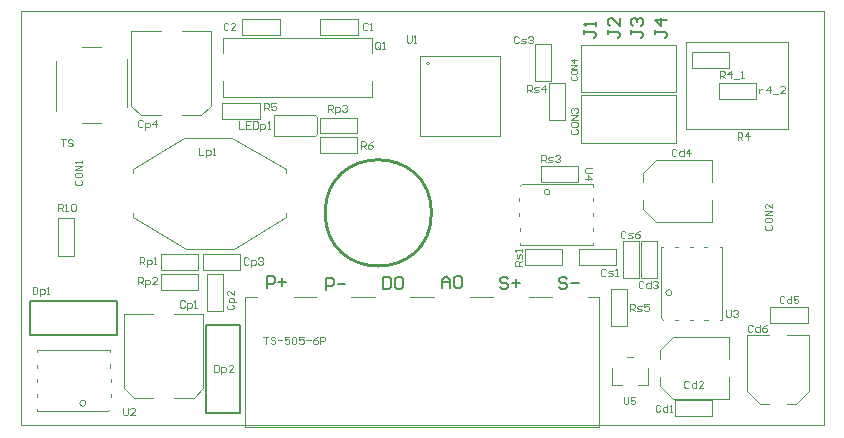
<source format=gto>
G04 Layer_Color=65535*
%FSLAX44Y44*%
%MOMM*%
G71*
G01*
G75*
%ADD30C,0.2540*%
%ADD44C,0.1000*%
%ADD45C,0.1270*%
%ADD46C,0.2000*%
D30*
X352750Y184250D02*
G03*
X352750Y184250I-45000J0D01*
G01*
D44*
X351000Y310750D02*
G03*
X351000Y310750I-1250J0D01*
G01*
X60140Y23090D02*
G03*
X60140Y23090I-2540J0D01*
G01*
X556230Y116670D02*
G03*
X556230Y116670I-2540J0D01*
G01*
X453180Y201840D02*
G03*
X453180Y201840I-2540J0D01*
G01*
X639750Y91250D02*
Y104750D01*
Y91250D02*
X671250D01*
Y104750D01*
X639750D02*
X671250D01*
X509250Y140000D02*
Y153500D01*
X477750D02*
X509250D01*
X477750Y140000D02*
Y153500D01*
Y140000D02*
X509250D01*
X463250D02*
Y153500D01*
X431750D02*
X463250D01*
X431750Y140000D02*
Y153500D01*
Y140000D02*
X463250D01*
X289750Y251500D02*
Y265000D01*
X258250D02*
X289750D01*
X258250Y251500D02*
Y265000D01*
Y251500D02*
X289750D01*
X163000Y132500D02*
X176500D01*
X163000Y101000D02*
Y132500D01*
Y101000D02*
X176500D01*
Y132500D01*
X123750Y135750D02*
Y149250D01*
Y135750D02*
X155250D01*
Y149250D01*
X123750D02*
X155250D01*
X190750Y135750D02*
Y149250D01*
X159250D02*
X190750D01*
X159250Y135750D02*
Y149250D01*
Y135750D02*
X190750D01*
X155250Y119000D02*
Y132500D01*
X123750D02*
X155250D01*
X123750Y119000D02*
Y132500D01*
Y119000D02*
X155250D01*
X175750Y263750D02*
Y277250D01*
Y263750D02*
X207250D01*
Y277250D01*
X175750D02*
X207250D01*
X343000Y249500D02*
Y317500D01*
Y249500D02*
X411000D01*
Y317500D01*
X343000D02*
X411000D01*
X596250Y280750D02*
Y294250D01*
Y280750D02*
X627750D01*
Y294250D01*
X596250D02*
X627750D01*
X604750Y306750D02*
Y320250D01*
X573250D02*
X604750D01*
X573250Y306750D02*
Y320250D01*
Y306750D02*
X604750D01*
X36350Y148040D02*
X49850D01*
Y179540D01*
X36350D02*
X49850D01*
X36350Y148040D02*
Y179540D01*
X590250Y12000D02*
Y25500D01*
X558750D02*
X590250D01*
X558750Y12000D02*
Y25500D01*
Y12000D02*
X590250D01*
X5000Y5000D02*
Y355000D01*
X685000D01*
Y5000D02*
Y355000D01*
X5000Y5000D02*
X685000D01*
X479750Y283750D02*
X559750D01*
Y243750D02*
Y283750D01*
X479750Y243750D02*
X559750D01*
X479750D02*
Y283750D01*
X604710Y60620D02*
Y79209D01*
Y26792D02*
Y45380D01*
X546290Y37760D02*
Y45380D01*
Y37760D02*
X557258Y26792D01*
X604710D01*
X546290Y60620D02*
Y68240D01*
X557259Y79209D01*
X604710D01*
X543019Y229369D02*
X590470D01*
X532050Y218400D02*
X543019Y229369D01*
X532050Y210780D02*
Y218400D01*
X543018Y176952D02*
X590470D01*
X532050Y187920D02*
X543018Y176952D01*
X532050Y187920D02*
Y195540D01*
X590470Y176952D02*
Y195540D01*
Y210780D02*
Y229369D01*
X619791Y81210D02*
X638380D01*
X653620D02*
X672208D01*
X653620Y22790D02*
X661240D01*
X672208Y33758D01*
Y81210D01*
X630760Y22790D02*
X638380D01*
X619791Y33759D02*
X630760Y22790D01*
X619791Y33759D02*
Y81210D01*
X134890Y99060D02*
X159750D01*
Y36000D02*
Y99060D01*
X151500Y27750D02*
X159750Y36000D01*
X134890Y27750D02*
X151500D01*
X100500D02*
X117110D01*
X92500Y35750D02*
X100500Y27750D01*
X92500Y35750D02*
Y99060D01*
X117110D01*
X98750Y338060D02*
X123360D01*
X98750Y274750D02*
Y338060D01*
Y274750D02*
X106750Y266750D01*
X123360D01*
X141140D02*
X157750D01*
X166000Y275000D01*
Y338060D01*
X141140D02*
X166000D01*
X176000Y332250D02*
X302250D01*
X176000Y282750D02*
X302250D01*
X176000Y319500D02*
Y332250D01*
Y282750D02*
Y295750D01*
X302250Y282750D02*
Y295750D01*
Y319500D02*
Y332250D01*
X18600Y16340D02*
Y18340D01*
Y28340D02*
Y30840D01*
Y40840D02*
Y43340D01*
Y53340D02*
Y55840D01*
X18850Y66090D02*
Y68090D01*
X81100Y28340D02*
Y30840D01*
Y40840D02*
Y43590D01*
X80850Y53340D02*
Y56340D01*
Y66090D02*
Y68090D01*
X18850D02*
X80850D01*
X78600Y16340D02*
X80475Y18215D01*
X18600Y16340D02*
X78600D01*
X546940Y95670D02*
Y155670D01*
Y95670D02*
X548815Y93795D01*
X598690Y93420D02*
Y155420D01*
X596690Y93420D02*
X598690D01*
X583940D02*
X586940D01*
X571440Y93170D02*
X574190D01*
X558940D02*
X561440D01*
X596690Y155420D02*
X598690D01*
X583940Y155670D02*
X586440D01*
X571440D02*
X573940D01*
X558940D02*
X561440D01*
X546940D02*
X548940D01*
X489640Y206590D02*
Y208590D01*
Y194090D02*
Y196590D01*
Y181590D02*
Y184090D01*
Y169090D02*
Y171590D01*
X489390Y156840D02*
Y158840D01*
X427140Y194090D02*
Y196590D01*
Y181340D02*
Y184090D01*
X427390Y168590D02*
Y171590D01*
Y156840D02*
Y158840D01*
Y156840D02*
X489390D01*
X427765Y206715D02*
X429640Y208590D01*
X489640D01*
X568250Y255500D02*
Y329250D01*
X654500D01*
Y255500D02*
Y329250D01*
X568250Y255500D02*
X654500D01*
X219750Y249000D02*
Y267500D01*
X254250D01*
X256250Y265500D01*
Y251000D02*
Y265500D01*
X254250Y249000D02*
X256250Y251000D01*
X219750Y249000D02*
X254250D01*
X184300Y247990D02*
X230020Y221320D01*
Y218000D02*
Y221320D01*
X100480D02*
X143660Y247990D01*
X100480Y218000D02*
Y221320D01*
X143660Y247990D02*
X184300D01*
X100480Y180680D02*
Y184000D01*
Y180680D02*
X144930Y154010D01*
X185570D01*
X230020Y180680D01*
Y183750D01*
X289750Y235000D02*
Y248500D01*
X258250D02*
X289750D01*
X258250Y235000D02*
Y248500D01*
Y235000D02*
X289750D01*
X476680Y210380D02*
Y223880D01*
X445180D02*
X476680D01*
X445180Y210380D02*
Y223880D01*
Y210380D02*
X476680D01*
X452250Y262750D02*
X465750D01*
Y294250D01*
X452250D02*
X465750D01*
X452250Y262750D02*
Y294250D01*
X504500Y119750D02*
X518000D01*
X504500Y88250D02*
Y119750D01*
Y88250D02*
X518000D01*
Y119750D01*
X530380Y128990D02*
X543880D01*
Y160490D01*
X530380D02*
X543880D01*
X530380Y128990D02*
Y160490D01*
X440250Y327500D02*
X453750D01*
X440250Y296000D02*
Y327500D01*
Y296000D02*
X453750D01*
Y327500D01*
X515000Y128750D02*
X528500D01*
Y160250D01*
X515000D02*
X528500D01*
X515000Y128750D02*
Y160250D01*
X258740Y334790D02*
Y348290D01*
Y334790D02*
X290240D01*
Y348290D01*
X258740D02*
X290240D01*
X224200Y334790D02*
Y348290D01*
X192700D02*
X224200D01*
X192700Y334790D02*
Y348290D01*
Y334790D02*
X224200D01*
X195000Y113000D02*
X205000D01*
X195000Y3000D02*
Y113000D01*
X495000Y3000D02*
Y113000D01*
X195000Y3000D02*
X495000D01*
X485001Y113000D02*
X495000D01*
X435000Y113000D02*
X455000D01*
X385000D02*
X405000D01*
X335000D02*
X355000D01*
X285000D02*
X305000D01*
X236000D02*
X255000D01*
X57000Y260500D02*
X73000D01*
X35000Y270500D02*
Y312500D01*
X57000Y324500D02*
X73000D01*
X95000Y273500D02*
Y314500D01*
X505500Y38250D02*
X514000D01*
X505500D02*
Y52750D01*
X518000Y62500D02*
X523580D01*
X536000Y38250D02*
Y52750D01*
X527500Y38250D02*
X536000D01*
X479500Y286500D02*
X559500D01*
X479500D02*
Y326500D01*
X559500D01*
Y286500D02*
Y326500D01*
X169000Y55748D02*
Y49750D01*
X171999D01*
X172999Y50750D01*
Y54748D01*
X171999Y55748D01*
X169000D01*
X174998Y47751D02*
Y53749D01*
X177997D01*
X178997Y52749D01*
Y50750D01*
X177997Y49750D01*
X174998D01*
X184995D02*
X180996D01*
X184995Y53749D01*
Y54748D01*
X183995Y55748D01*
X181996D01*
X180996Y54748D01*
X630000Y289499D02*
Y285500D01*
Y287500D01*
X631000Y288499D01*
X632000Y289499D01*
X632999D01*
X638997Y285500D02*
Y291498D01*
X635998Y288499D01*
X639997D01*
X641996Y284500D02*
X645995D01*
X651993Y285500D02*
X647994D01*
X651993Y289499D01*
Y290499D01*
X650993Y291498D01*
X648994D01*
X647994Y290499D01*
X597000Y298500D02*
Y304498D01*
X599999D01*
X600999Y303498D01*
Y301499D01*
X599999Y300499D01*
X597000D01*
X598999D02*
X600999Y298500D01*
X605997D02*
Y304498D01*
X602998Y301499D01*
X606997D01*
X608996Y297500D02*
X612995D01*
X614994Y298500D02*
X616994D01*
X615994D01*
Y304498D01*
X614994Y303498D01*
X210500Y79498D02*
X214499D01*
X212499D01*
Y73500D01*
X220497Y78498D02*
X219497Y79498D01*
X217498D01*
X216498Y78498D01*
Y77499D01*
X217498Y76499D01*
X219497D01*
X220497Y75499D01*
Y74500D01*
X219497Y73500D01*
X217498D01*
X216498Y74500D01*
X222496Y76499D02*
X226495D01*
X232493Y79498D02*
X228494D01*
Y76499D01*
X230494Y77499D01*
X231493D01*
X232493Y76499D01*
Y74500D01*
X231493Y73500D01*
X229494D01*
X228494Y74500D01*
X234492Y78498D02*
X235492Y79498D01*
X237491D01*
X238491Y78498D01*
Y74500D01*
X237491Y73500D01*
X235492D01*
X234492Y74500D01*
Y78498D01*
X244489Y79498D02*
X240490D01*
Y76499D01*
X242490Y77499D01*
X243489D01*
X244489Y76499D01*
Y74500D01*
X243489Y73500D01*
X241490D01*
X240490Y74500D01*
X246488Y76499D02*
X250487D01*
X256485Y79498D02*
X254486Y78498D01*
X252486Y76499D01*
Y74500D01*
X253486Y73500D01*
X255485D01*
X256485Y74500D01*
Y75499D01*
X255485Y76499D01*
X252486D01*
X258484Y73500D02*
Y79498D01*
X261483D01*
X262483Y78498D01*
Y76499D01*
X261483Y75499D01*
X258484D01*
X36750Y186142D02*
Y192140D01*
X39749D01*
X40749Y191140D01*
Y189141D01*
X39749Y188141D01*
X36750D01*
X38749D02*
X40749Y186142D01*
X42748D02*
X44748D01*
X43748D01*
Y192140D01*
X42748Y191140D01*
X47747D02*
X48746Y192140D01*
X50746D01*
X51745Y191140D01*
Y187142D01*
X50746Y186142D01*
X48746D01*
X47747Y187142D01*
Y191140D01*
X488518Y222210D02*
X483520D01*
X482520Y221210D01*
Y219211D01*
X483520Y218211D01*
X488518D01*
X482520Y213213D02*
X488518D01*
X485519Y216212D01*
Y212213D01*
X515500Y28248D02*
Y23250D01*
X516500Y22250D01*
X518499D01*
X519499Y23250D01*
Y28248D01*
X525497D02*
X521498D01*
Y25249D01*
X523497Y26249D01*
X524497D01*
X525497Y25249D01*
Y23250D01*
X524497Y22250D01*
X522498D01*
X521498Y23250D01*
X520750Y101250D02*
Y107248D01*
X523749D01*
X524749Y106248D01*
Y104249D01*
X523749Y103249D01*
X520750D01*
X522749D02*
X524749Y101250D01*
X526748D02*
X529747D01*
X530747Y102250D01*
X529747Y103249D01*
X527748D01*
X526748Y104249D01*
X527748Y105249D01*
X530747D01*
X536745Y107248D02*
X532746D01*
Y104249D01*
X534745Y105249D01*
X535745D01*
X536745Y104249D01*
Y102250D01*
X535745Y101250D01*
X533746D01*
X532746Y102250D01*
X433750Y286500D02*
Y292498D01*
X436749D01*
X437749Y291498D01*
Y289499D01*
X436749Y288499D01*
X433750D01*
X435749D02*
X437749Y286500D01*
X439748D02*
X442747D01*
X443747Y287500D01*
X442747Y288499D01*
X440748D01*
X439748Y289499D01*
X440748Y290499D01*
X443747D01*
X448745Y286500D02*
Y292498D01*
X445746Y289499D01*
X449745D01*
X445690Y227290D02*
Y233288D01*
X448689D01*
X449689Y232288D01*
Y230289D01*
X448689Y229289D01*
X445690D01*
X447690D02*
X449689Y227290D01*
X451688D02*
X454687D01*
X455687Y228290D01*
X454687Y229289D01*
X452688D01*
X451688Y230289D01*
X452688Y231289D01*
X455687D01*
X457686Y232288D02*
X458686Y233288D01*
X460685D01*
X461685Y232288D01*
Y231289D01*
X460685Y230289D01*
X459686D01*
X460685D01*
X461685Y229289D01*
Y228290D01*
X460685Y227290D01*
X458686D01*
X457686Y228290D01*
X429250Y139500D02*
X423252D01*
Y142499D01*
X424252Y143499D01*
X426251D01*
X427251Y142499D01*
Y139500D01*
Y141499D02*
X429250Y143499D01*
Y145498D02*
Y148497D01*
X428250Y149497D01*
X427251Y148497D01*
Y146498D01*
X426251Y145498D01*
X425251Y146498D01*
Y149497D01*
X429250Y151496D02*
Y153496D01*
Y152496D01*
X423252D01*
X424252Y151496D01*
X516999Y168248D02*
X515999Y169248D01*
X514000D01*
X513000Y168248D01*
Y164250D01*
X514000Y163250D01*
X515999D01*
X516999Y164250D01*
X518998Y163250D02*
X521997D01*
X522997Y164250D01*
X521997Y165249D01*
X519998D01*
X518998Y166249D01*
X519998Y167249D01*
X522997D01*
X528995Y169248D02*
X526996Y168248D01*
X524996Y166249D01*
Y164250D01*
X525996Y163250D01*
X527995D01*
X528995Y164250D01*
Y165249D01*
X527995Y166249D01*
X524996D01*
X426499Y332748D02*
X425499Y333748D01*
X423500D01*
X422500Y332748D01*
Y328750D01*
X423500Y327750D01*
X425499D01*
X426499Y328750D01*
X428498Y327750D02*
X431497D01*
X432497Y328750D01*
X431497Y329749D01*
X429498D01*
X428498Y330749D01*
X429498Y331749D01*
X432497D01*
X434496Y332748D02*
X435496Y333748D01*
X437495D01*
X438495Y332748D01*
Y331749D01*
X437495Y330749D01*
X436496D01*
X437495D01*
X438495Y329749D01*
Y328750D01*
X437495Y327750D01*
X435496D01*
X434496Y328750D01*
X500499Y135998D02*
X499499Y136998D01*
X497500D01*
X496500Y135998D01*
Y132000D01*
X497500Y131000D01*
X499499D01*
X500499Y132000D01*
X502498Y131000D02*
X505497D01*
X506497Y132000D01*
X505497Y132999D01*
X503498D01*
X502498Y133999D01*
X503498Y134999D01*
X506497D01*
X508496Y131000D02*
X510495D01*
X509496D01*
Y136998D01*
X508496Y135998D01*
X602500Y101998D02*
Y97000D01*
X603500Y96000D01*
X605499D01*
X606499Y97000D01*
Y101998D01*
X608498Y100998D02*
X609498Y101998D01*
X611497D01*
X612497Y100998D01*
Y99999D01*
X611497Y98999D01*
X610497D01*
X611497D01*
X612497Y97999D01*
Y97000D01*
X611497Y96000D01*
X609498D01*
X608498Y97000D01*
X624599Y88748D02*
X623599Y89748D01*
X621600D01*
X620600Y88748D01*
Y84750D01*
X621600Y83750D01*
X623599D01*
X624599Y84750D01*
X630597Y89748D02*
Y83750D01*
X627598D01*
X626598Y84750D01*
Y86749D01*
X627598Y87749D01*
X630597D01*
X636595Y89748D02*
X634595Y88748D01*
X632596Y86749D01*
Y84750D01*
X633596Y83750D01*
X635595D01*
X636595Y84750D01*
Y85749D01*
X635595Y86749D01*
X632596D01*
X651499Y112748D02*
X650499Y113748D01*
X648500D01*
X647500Y112748D01*
Y108750D01*
X648500Y107750D01*
X650499D01*
X651499Y108750D01*
X657497Y113748D02*
Y107750D01*
X654498D01*
X653498Y108750D01*
Y110749D01*
X654498Y111749D01*
X657497D01*
X663495Y113748D02*
X659496D01*
Y110749D01*
X661496Y111749D01*
X662495D01*
X663495Y110749D01*
Y108750D01*
X662495Y107750D01*
X660496D01*
X659496Y108750D01*
X560179Y237369D02*
X559179Y238368D01*
X557180D01*
X556180Y237369D01*
Y233370D01*
X557180Y232370D01*
X559179D01*
X560179Y233370D01*
X566177Y238368D02*
Y232370D01*
X563178D01*
X562178Y233370D01*
Y235369D01*
X563178Y236369D01*
X566177D01*
X571175Y232370D02*
Y238368D01*
X568176Y235369D01*
X572175D01*
X532239Y125609D02*
X531239Y126608D01*
X529240D01*
X528240Y125609D01*
Y121610D01*
X529240Y120610D01*
X531239D01*
X532239Y121610D01*
X538237Y126608D02*
Y120610D01*
X535238D01*
X534238Y121610D01*
Y123609D01*
X535238Y124609D01*
X538237D01*
X540236Y125609D02*
X541236Y126608D01*
X543235D01*
X544235Y125609D01*
Y124609D01*
X543235Y123609D01*
X542236D01*
X543235D01*
X544235Y122610D01*
Y121610D01*
X543235Y120610D01*
X541236D01*
X540236Y121610D01*
X570999Y40998D02*
X569999Y41998D01*
X568000D01*
X567000Y40998D01*
Y37000D01*
X568000Y36000D01*
X569999D01*
X570999Y37000D01*
X576997Y41998D02*
Y36000D01*
X573998D01*
X572998Y37000D01*
Y38999D01*
X573998Y39999D01*
X576997D01*
X582995Y36000D02*
X578996D01*
X582995Y39999D01*
Y40998D01*
X581995Y41998D01*
X579996D01*
X578996Y40998D01*
X546499Y20998D02*
X545499Y21998D01*
X543500D01*
X542500Y20998D01*
Y17000D01*
X543500Y16000D01*
X545499D01*
X546499Y17000D01*
X552497Y21998D02*
Y16000D01*
X549498D01*
X548498Y17000D01*
Y18999D01*
X549498Y19999D01*
X552497D01*
X554496Y16000D02*
X556496D01*
X555496D01*
Y21998D01*
X554496Y20998D01*
X612060Y246340D02*
Y252338D01*
X615059D01*
X616059Y251339D01*
Y249339D01*
X615059Y248340D01*
X612060D01*
X614059D02*
X616059Y246340D01*
X621057D02*
Y252338D01*
X618058Y249339D01*
X622057D01*
X471572Y255049D02*
X470572Y254049D01*
Y252050D01*
X471572Y251050D01*
X475570D01*
X476570Y252050D01*
Y254049D01*
X475570Y255049D01*
X470572Y260047D02*
Y258048D01*
X471572Y257048D01*
X475570D01*
X476570Y258048D01*
Y260047D01*
X475570Y261047D01*
X471572D01*
X470572Y260047D01*
X476570Y263046D02*
X470572D01*
X476570Y267045D01*
X470572D01*
X471572Y269044D02*
X470572Y270044D01*
Y272043D01*
X471572Y273043D01*
X472571D01*
X473571Y272043D01*
Y271043D01*
Y272043D01*
X474571Y273043D01*
X475570D01*
X476570Y272043D01*
Y270044D01*
X475570Y269044D01*
X91760Y18878D02*
Y13880D01*
X92760Y12880D01*
X94759D01*
X95759Y13880D01*
Y18878D01*
X101757Y12880D02*
X97758D01*
X101757Y16879D01*
Y17879D01*
X100757Y18878D01*
X98758D01*
X97758Y17879D01*
X155750Y239248D02*
Y233250D01*
X159749D01*
X161748Y231251D02*
Y237249D01*
X164747D01*
X165747Y236249D01*
Y234250D01*
X164747Y233250D01*
X161748D01*
X167746D02*
X169746D01*
X168746D01*
Y239248D01*
X167746Y238248D01*
X265250Y270000D02*
Y275998D01*
X268249D01*
X269249Y274998D01*
Y272999D01*
X268249Y271999D01*
X265250D01*
X267249D02*
X269249Y270000D01*
X271248Y268001D02*
Y273999D01*
X274247D01*
X275247Y272999D01*
Y271000D01*
X274247Y270000D01*
X271248D01*
X277246Y274998D02*
X278246Y275998D01*
X280245D01*
X281245Y274998D01*
Y273999D01*
X280245Y272999D01*
X279245D01*
X280245D01*
X281245Y271999D01*
Y271000D01*
X280245Y270000D01*
X278246D01*
X277246Y271000D01*
X104250Y123750D02*
Y129748D01*
X107249D01*
X108249Y128748D01*
Y126749D01*
X107249Y125749D01*
X104250D01*
X106249D02*
X108249Y123750D01*
X110248Y121751D02*
Y127749D01*
X113247D01*
X114247Y126749D01*
Y124750D01*
X113247Y123750D01*
X110248D01*
X120245D02*
X116246D01*
X120245Y127749D01*
Y128748D01*
X119245Y129748D01*
X117246D01*
X116246Y128748D01*
X105750Y140750D02*
Y146748D01*
X108749D01*
X109749Y145748D01*
Y143749D01*
X108749Y142749D01*
X105750D01*
X107749D02*
X109749Y140750D01*
X111748Y138751D02*
Y144749D01*
X114747D01*
X115747Y143749D01*
Y141750D01*
X114747Y140750D01*
X111748D01*
X117746D02*
X119746D01*
X118746D01*
Y146748D01*
X117746Y145748D01*
X190010Y261708D02*
Y255710D01*
X194009D01*
X200007Y261708D02*
X196008D01*
Y255710D01*
X200007D01*
X196008Y258709D02*
X198007D01*
X202006Y261708D02*
Y255710D01*
X205005D01*
X206005Y256710D01*
Y260708D01*
X205005Y261708D01*
X202006D01*
X208004Y253711D02*
Y259709D01*
X211003D01*
X212003Y258709D01*
Y256710D01*
X211003Y255710D01*
X208004D01*
X214002D02*
X216002D01*
X215002D01*
Y261708D01*
X214002Y260708D01*
X15150Y121688D02*
Y115690D01*
X18149D01*
X19149Y116690D01*
Y120688D01*
X18149Y121688D01*
X15150D01*
X21148Y113691D02*
Y119689D01*
X24147D01*
X25147Y118689D01*
Y116690D01*
X24147Y115690D01*
X21148D01*
X27146D02*
X29145D01*
X28146D01*
Y121688D01*
X27146Y120688D01*
X108309Y261778D02*
X107309Y262778D01*
X105310D01*
X104310Y261778D01*
Y257780D01*
X105310Y256780D01*
X107309D01*
X108309Y257780D01*
X110308Y254781D02*
Y260779D01*
X113307D01*
X114307Y259779D01*
Y257780D01*
X113307Y256780D01*
X110308D01*
X119305D02*
Y262778D01*
X116306Y259779D01*
X120305D01*
X197999Y145498D02*
X196999Y146498D01*
X195000D01*
X194000Y145498D01*
Y141500D01*
X195000Y140500D01*
X196999D01*
X197999Y141500D01*
X199998Y138501D02*
Y144499D01*
X202997D01*
X203997Y143499D01*
Y141500D01*
X202997Y140500D01*
X199998D01*
X205996Y145498D02*
X206996Y146498D01*
X208995D01*
X209995Y145498D01*
Y144499D01*
X208995Y143499D01*
X207995D01*
X208995D01*
X209995Y142499D01*
Y141500D01*
X208995Y140500D01*
X206996D01*
X205996Y141500D01*
X180252Y106499D02*
X179252Y105499D01*
Y103500D01*
X180252Y102500D01*
X184250D01*
X185250Y103500D01*
Y105499D01*
X184250Y106499D01*
X187249Y108498D02*
X181251D01*
Y111497D01*
X182251Y112497D01*
X184250D01*
X185250Y111497D01*
Y108498D01*
Y118495D02*
Y114496D01*
X181251Y118495D01*
X180252D01*
X179252Y117495D01*
Y115496D01*
X180252Y114496D01*
X143969Y109138D02*
X142969Y110138D01*
X140970D01*
X139970Y109138D01*
Y105140D01*
X140970Y104140D01*
X142969D01*
X143969Y105140D01*
X145968Y102141D02*
Y108139D01*
X148967D01*
X149967Y107139D01*
Y105140D01*
X148967Y104140D01*
X145968D01*
X151966D02*
X153966D01*
X152966D01*
Y110138D01*
X151966Y109138D01*
X309289Y323740D02*
Y327738D01*
X308289Y328738D01*
X306290D01*
X305290Y327738D01*
Y323740D01*
X306290Y322740D01*
X308289D01*
X307289Y324739D02*
X309289Y322740D01*
X308289D02*
X309289Y323740D01*
X311288Y322740D02*
X313287D01*
X312288D01*
Y328738D01*
X311288Y327738D01*
X298809Y343998D02*
X297809Y344998D01*
X295810D01*
X294810Y343998D01*
Y340000D01*
X295810Y339000D01*
X297809D01*
X298809Y340000D01*
X300808Y339000D02*
X302808D01*
X301808D01*
Y344998D01*
X300808Y343998D01*
X180699D02*
X179699Y344998D01*
X177700D01*
X176700Y343998D01*
Y340000D01*
X177700Y339000D01*
X179699D01*
X180699Y340000D01*
X186697Y339000D02*
X182698D01*
X186697Y342999D01*
Y343998D01*
X185697Y344998D01*
X183698D01*
X182698Y343998D01*
X636272Y174139D02*
X635272Y173139D01*
Y171140D01*
X636272Y170140D01*
X640270D01*
X641270Y171140D01*
Y173139D01*
X640270Y174139D01*
X635272Y179137D02*
Y177138D01*
X636272Y176138D01*
X640270D01*
X641270Y177138D01*
Y179137D01*
X640270Y180137D01*
X636272D01*
X635272Y179137D01*
X641270Y182136D02*
X635272D01*
X641270Y186135D01*
X635272D01*
X641270Y192133D02*
Y188134D01*
X637271Y192133D01*
X636272D01*
X635272Y191133D01*
Y189134D01*
X636272Y188134D01*
X52072Y212239D02*
X51072Y211239D01*
Y209240D01*
X52072Y208240D01*
X56070D01*
X57070Y209240D01*
Y211239D01*
X56070Y212239D01*
X51072Y217237D02*
Y215238D01*
X52072Y214238D01*
X56070D01*
X57070Y215238D01*
Y217237D01*
X56070Y218237D01*
X52072D01*
X51072Y217237D01*
X57070Y220236D02*
X51072D01*
X57070Y224235D01*
X51072D01*
X57070Y226234D02*
Y228234D01*
Y227234D01*
X51072D01*
X52072Y226234D01*
X332000Y334498D02*
Y329500D01*
X333000Y328500D01*
X334999D01*
X335999Y329500D01*
Y334498D01*
X337998Y328500D02*
X339997D01*
X338998D01*
Y334498D01*
X337998Y333498D01*
X211250Y271000D02*
Y276998D01*
X214249D01*
X215249Y275998D01*
Y273999D01*
X214249Y272999D01*
X211250D01*
X213249D02*
X215249Y271000D01*
X221247Y276998D02*
X217248D01*
Y273999D01*
X219247Y274999D01*
X220247D01*
X221247Y273999D01*
Y272000D01*
X220247Y271000D01*
X218248D01*
X217248Y272000D01*
X293000Y238750D02*
Y244748D01*
X295999D01*
X296999Y243748D01*
Y241749D01*
X295999Y240749D01*
X293000D01*
X294999D02*
X296999Y238750D01*
X302997Y244748D02*
X300997Y243748D01*
X298998Y241749D01*
Y239750D01*
X299998Y238750D01*
X301997D01*
X302997Y239750D01*
Y240749D01*
X301997Y241749D01*
X298998D01*
X39000Y246498D02*
X42999D01*
X40999D01*
Y240500D01*
X48997Y245498D02*
X47997Y246498D01*
X45998D01*
X44998Y245498D01*
Y244499D01*
X45998Y243499D01*
X47997D01*
X48997Y242499D01*
Y241500D01*
X47997Y240500D01*
X45998D01*
X44998Y241500D01*
X471835Y299832D02*
X471002Y298999D01*
Y297333D01*
X471835Y296500D01*
X475167D01*
X476000Y297333D01*
Y298999D01*
X475167Y299832D01*
X471002Y303997D02*
Y302331D01*
X471835Y301498D01*
X475167D01*
X476000Y302331D01*
Y303997D01*
X475167Y304831D01*
X471835D01*
X471002Y303997D01*
X476000Y306497D02*
X471002D01*
X476000Y309829D01*
X471002D01*
X476000Y313994D02*
X471002D01*
X473501Y311495D01*
Y314827D01*
D45*
X162250Y89000D02*
X190250D01*
X162250Y15000D02*
Y89000D01*
Y15000D02*
X190250D01*
Y89000D01*
X12750Y81250D02*
Y109250D01*
Y81250D02*
X86750D01*
Y109250D01*
X12750D02*
X86750D01*
D46*
X482003Y338914D02*
Y335582D01*
Y337248D01*
X490334D01*
X492000Y335582D01*
Y333916D01*
X490334Y332250D01*
X492000Y342247D02*
Y345579D01*
Y343913D01*
X482003D01*
X483669Y342247D01*
X502003Y338914D02*
Y335582D01*
Y337248D01*
X510334D01*
X512000Y335582D01*
Y333916D01*
X510334Y332250D01*
X512000Y348911D02*
Y342247D01*
X505336Y348911D01*
X503669D01*
X502003Y347245D01*
Y343913D01*
X503669Y342247D01*
X522003Y338914D02*
Y335582D01*
Y337248D01*
X530334D01*
X532000Y335582D01*
Y333916D01*
X530334Y332250D01*
X523669Y342247D02*
X522003Y343913D01*
Y347245D01*
X523669Y348911D01*
X525336D01*
X527002Y347245D01*
Y345579D01*
Y347245D01*
X528668Y348911D01*
X530334D01*
X532000Y347245D01*
Y343913D01*
X530334Y342247D01*
X542003Y338914D02*
Y335582D01*
Y337248D01*
X550334D01*
X552000Y335582D01*
Y333916D01*
X550334Y332250D01*
X552000Y347245D02*
X542003D01*
X547002Y342247D01*
Y348911D01*
X213250Y120500D02*
Y130497D01*
X218248D01*
X219914Y128831D01*
Y125498D01*
X218248Y123832D01*
X213250D01*
X223247Y125498D02*
X229911D01*
X226579Y128831D02*
Y122166D01*
X263250Y119000D02*
Y128997D01*
X268248D01*
X269914Y127331D01*
Y123998D01*
X268248Y122332D01*
X263250D01*
X273247Y123998D02*
X279911D01*
X311750Y129997D02*
Y120000D01*
X316748D01*
X318414Y121666D01*
Y128331D01*
X316748Y129997D01*
X311750D01*
X326745D02*
X323413D01*
X321747Y128331D01*
Y121666D01*
X323413Y120000D01*
X326745D01*
X328411Y121666D01*
Y128331D01*
X326745Y129997D01*
X361750Y120500D02*
Y127164D01*
X365082Y130497D01*
X368414Y127164D01*
Y120500D01*
Y125498D01*
X361750D01*
X376745Y130497D02*
X373413D01*
X371747Y128831D01*
Y122166D01*
X373413Y120500D01*
X376745D01*
X378411Y122166D01*
Y128831D01*
X376745Y130497D01*
X417664Y128081D02*
X415998Y129747D01*
X412666D01*
X411000Y128081D01*
Y126414D01*
X412666Y124748D01*
X415998D01*
X417664Y123082D01*
Y121416D01*
X415998Y119750D01*
X412666D01*
X411000Y121416D01*
X420997Y124748D02*
X427661D01*
X424329Y128081D02*
Y121416D01*
X467664Y128331D02*
X465998Y129997D01*
X462666D01*
X461000Y128331D01*
Y126664D01*
X462666Y124998D01*
X465998D01*
X467664Y123332D01*
Y121666D01*
X465998Y120000D01*
X462666D01*
X461000Y121666D01*
X470997Y124998D02*
X477661D01*
M02*

</source>
